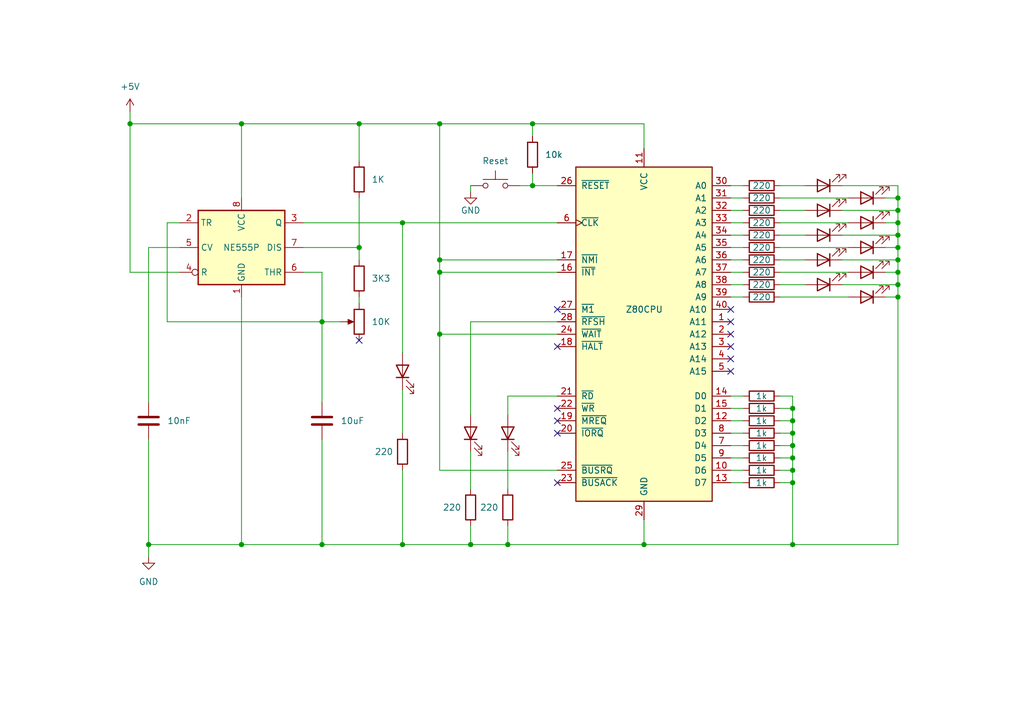
<source format=kicad_sch>
(kicad_sch (version 20230121) (generator eeschema)
  (paper "A5")
  (lib_symbols
    (symbol "CPU:Z80CPU" (pin_names (offset 1.016))
      (property "Reference" "U" (at -13.97 35.56 0))
      (property "Value" "Z80CPU" (at 6.35 35.56 0))
      (symbol "Z80CPU_0_1"
        (rectangle (start -13.97 34.29) (end 13.97 -34.29) (stroke (width 0.254)) (fill (type background)))
      )
      (symbol "Z80CPU_1_1"
        (pin output line (at 17.78 2.54 180) (length 3.81) (name "A11") (number "1"))
        (pin bidirectional line (at 17.78 -27.94 180) (length 3.81) (name "D6") (number "10"))
        (pin power_in line (at 0 38.1 270) (length 3.81) (name "VCC") (number "11"))
        (pin bidirectional line (at 17.78 -17.78 180) (length 3.81) (name "D2") (number "12"))
        (pin bidirectional line (at 17.78 -30.48 180) (length 3.81) (name "D7") (number "13"))
        (pin bidirectional line (at 17.78 -12.7 180) (length 3.81) (name "D0") (number "14"))
        (pin bidirectional line (at 17.78 -15.24 180) (length 3.81) (name "D1") (number "15"))
        (pin input line (at -17.78 12.7 0) (length 3.81) (name "~{INT}") (number "16"))
        (pin input line (at -17.78 15.24 0) (length 3.81) (name "~{NMI}") (number "17"))
        (pin output line (at -17.78 -2.54 0) (length 3.81) (name "~{HALT}") (number "18"))
        (pin output line (at -17.78 -17.78 0) (length 3.81) (name "~{MREQ}") (number "19"))
        (pin output line (at 17.78 0 180) (length 3.81) (name "A12") (number "2"))
        (pin output line (at -17.78 -20.32 0) (length 3.81) (name "~{IORQ}") (number "20"))
        (pin output line (at -17.78 -12.7 0) (length 3.81) (name "~{RD}") (number "21"))
        (pin output line (at -17.78 -15.24 0) (length 3.81) (name "~{WR}") (number "22"))
        (pin output line (at -17.78 -30.48 0) (length 3.81) (name "~{BUSACK}") (number "23"))
        (pin input line (at -17.78 0 0) (length 3.81) (name "~{WAIT}") (number "24"))
        (pin input line (at -17.78 -27.94 0) (length 3.81) (name "~{BUSRQ}") (number "25"))
        (pin input line (at -17.78 30.48 0) (length 3.81) (name "~{RESET}") (number "26"))
        (pin output line (at -17.78 5.08 0) (length 3.81) (name "~{M1}") (number "27"))
        (pin output line (at -17.78 2.54 0) (length 3.81) (name "~{RFSH}") (number "28"))
        (pin power_in line (at 0 -38.1 90) (length 3.81) (name "GND") (number "29"))
        (pin output line (at 17.78 -2.54 180) (length 3.81) (name "A13") (number "3"))
        (pin output line (at 17.78 30.48 180) (length 3.81) (name "A0") (number "30"))
        (pin output line (at 17.78 27.94 180) (length 3.81) (name "A1") (number "31"))
        (pin output line (at 17.78 25.4 180) (length 3.81) (name "A2") (number "32"))
        (pin output line (at 17.78 22.86 180) (length 3.81) (name "A3") (number "33"))
        (pin output line (at 17.78 20.32 180) (length 3.81) (name "A4") (number "34"))
        (pin output line (at 17.78 17.78 180) (length 3.81) (name "A5") (number "35"))
        (pin output line (at 17.78 15.24 180) (length 3.81) (name "A6") (number "36"))
        (pin output line (at 17.78 12.7 180) (length 3.81) (name "A7") (number "37"))
        (pin output line (at 17.78 10.16 180) (length 3.81) (name "A8") (number "38"))
        (pin output line (at 17.78 7.62 180) (length 3.81) (name "A9") (number "39"))
        (pin output line (at 17.78 -5.08 180) (length 3.81) (name "A14") (number "4"))
        (pin output line (at 17.78 5.08 180) (length 3.81) (name "A10") (number "40"))
        (pin output line (at 17.78 -7.62 180) (length 3.81) (name "A15") (number "5"))
        (pin input clock (at -17.78 22.86 0) (length 3.81) (name "~{CLK}") (number "6"))
        (pin bidirectional line (at 17.78 -22.86 180) (length 3.81) (name "D4") (number "7"))
        (pin bidirectional line (at 17.78 -20.32 180) (length 3.81) (name "D3") (number "8"))
        (pin bidirectional line (at 17.78 -25.4 180) (length 3.81) (name "D5") (number "9"))
      )
    )
    (symbol "Device:C" (pin_numbers hide) (pin_names (offset 0.254))
      (property "Reference" "C" (at 0.635 2.54 0))
      (property "Value" "C" (at 0.635 -2.54 0))
      (symbol "C_0_1"
        (polyline (pts (xy -2.032 -0.762) (xy 2.032 -0.762)) (stroke (width 0.508)))
        (polyline (pts (xy -2.032 0.762) (xy 2.032 0.762)) (stroke (width 0.508)))
      )
      (symbol "C_1_1"
        (pin passive line (at 0 3.81 270) (length 2.794) (name "~") (number "1"))
        (pin passive line (at 0 -3.81 90) (length 2.794) (name "~") (number "2"))
      )
    )
    (symbol "Device:LED" (pin_numbers hide) (pin_names (offset 1.016) hide)
      (property "Reference" "D" (at 0 2.54 0))
      (property "Value" "LED" (at 0 -2.54 0))
      (symbol "LED_0_1"
        (polyline (pts (xy -1.27 -1.27) (xy -1.27 1.27)) (stroke (width 0.254)))
        (polyline (pts (xy -1.27 0) (xy 1.27 0)))
        (polyline (pts (xy 1.27 -1.27) (xy 1.27 1.27) (xy -1.27 0) (xy 1.27 -1.27)) (stroke (width 0.254)))
        (polyline (pts (xy -3.048 -0.762) (xy -4.572 -2.286) (xy -3.81 -2.286) (xy -4.572 -2.286) (xy -4.572 -1.524)))
        (polyline (pts (xy -1.778 -0.762) (xy -3.302 -2.286) (xy -2.54 -2.286) (xy -3.302 -2.286) (xy -3.302 -1.524)))
      )
      (symbol "LED_1_1"
        (pin passive line (at -3.81 0 0) (length 2.54) (name "K") (number "1"))
        (pin passive line (at 3.81 0 180) (length 2.54) (name "A") (number "2"))
      )
    )
    (symbol "Device:R" (pin_numbers hide) (pin_names (offset 0))
      (property "Reference" "R" (at 2.032 0 90))
      (property "Value" "R" (at 0 0 90))
      (symbol "R_0_1"
        (rectangle (start -1.016 -2.54) (end 1.016 2.54) (stroke (width 0.254)))
      )
      (symbol "R_1_1"
        (pin passive line (at 0 3.81 270) (length 1.27) (name "~") (number "1"))
        (pin passive line (at 0 -3.81 90) (length 1.27) (name "~") (number "2"))
      )
    )
    (symbol "Device:R_Potentiometer" (pin_numbers hide) (pin_names (offset 1.016) hide)
      (property "Reference" "RV" (at -4.445 0 90))
      (property "Value" "R_Potentiometer" (at -2.54 0 90))
      (symbol "R_Potentiometer_0_1"
        (polyline (pts (xy 2.54 0) (xy 1.524 0)))
        (polyline (pts (xy 1.143 0) (xy 2.286 0.508) (xy 2.286 -0.508) (xy 1.143 0)) (fill (type outline)))
        (rectangle (start 1.016 2.54) (end -1.016 -2.54) (stroke (width 0.254)))
      )
      (symbol "R_Potentiometer_1_1"
        (pin passive line (at 0 3.81 270) (length 1.27) (name "1") (number "1"))
        (pin passive line (at 3.81 0 180) (length 1.27) (name "2") (number "2"))
        (pin passive line (at 0 -3.81 90) (length 1.27) (name "3") (number "3"))
      )
    )
    (symbol "GND_1" (power) (pin_numbers hide) (pin_names (offset 0) hide)
      (property "Value" "GND_1" (at 0 -3.81 0))
      (symbol "GND_1_0_1"
        (polyline (pts (xy 0 0) (xy 0 -1.27) (xy 1.27 -1.27) (xy 0 -2.54) (xy -1.27 -1.27) (xy 0 -1.27)))
      )
      (symbol "GND_1_1_1"
        (pin power_in line (at 0 0 270) (length 0) hide (name "GND") (number "1"))
      )
    )
    (symbol "Switch:SW_Push" (pin_numbers hide) (pin_names (offset 1.016) hide)
      (property "Reference" "SW" (at 1.27 2.54 0))
      (property "Value" "SW_Push" (at 0 -1.524 0))
      (symbol "SW_Push_0_1"
        (circle (center -2.032 0) (radius 0.508))
        (polyline (pts (xy 0 1.27) (xy 0 3.048)))
        (polyline (pts (xy 2.54 1.27) (xy -2.54 1.27)))
        (circle (center 2.032 0) (radius 0.508))
        (pin passive line (at -5.08 0 0) (length 2.54) (name "1") (number "1"))
        (pin passive line (at 5.08 0 180) (length 2.54) (name "2") (number "2"))
      )
    )
    (symbol "Timer:NE555P"
      (property "Reference" "U" (at -10.16 8.89 0))
      (property "Value" "NE555P" (at 2.54 8.89 0))
      (symbol "NE555P_0_0"
        (pin power_in line (at 0 -10.16 90) (length 2.54) (name "GND") (number "1"))
        (pin power_in line (at 0 10.16 270) (length 2.54) (name "VCC") (number "8"))
      )
      (symbol "NE555P_0_1"
        (rectangle (start -8.89 -7.62) (end 8.89 7.62) (stroke (width 0.254)) (fill (type background)))
        (rectangle (start -8.89 -7.62) (end 8.89 7.62) (stroke (width 0.254)) (fill (type background)))
      )
      (symbol "NE555P_1_1"
        (pin input line (at -12.7 5.08 0) (length 3.81) (name "TR") (number "2"))
        (pin output line (at 12.7 5.08 180) (length 3.81) (name "Q") (number "3"))
        (pin input inverted (at -12.7 -5.08 0) (length 3.81) (name "R") (number "4"))
        (pin input line (at -12.7 0 0) (length 3.81) (name "CV") (number "5"))
        (pin input line (at 12.7 -5.08 180) (length 3.81) (name "THR") (number "6"))
        (pin input line (at 12.7 0 180) (length 3.81) (name "DIS") (number "7"))
      )
    )
    (symbol "power:+5V" (power) (pin_numbers hide) (pin_names (offset 0) hide)
      (property "Value" "+5V" (at 0 3.556 0))
      (symbol "+5V_0_1"
        (polyline (pts (xy -0.762 1.27) (xy 0 2.54)))
        (polyline (pts (xy 0 0) (xy 0 2.54)))
        (polyline (pts (xy 0 2.54) (xy 0.762 1.27)))
      )
      (symbol "+5V_1_1"
        (pin power_in line (at 0 0 90) (length 0) hide (name "+5V") (number "1"))
      )
    )
    (symbol "power:GND" (power) (pin_numbers hide) (pin_names (offset 0) hide)
      (property "Value" "GND" (at 0 -3.81 0))
      (symbol "GND_0_1"
        (polyline (pts (xy 0 0) (xy 0 -1.27) (xy 1.27 -1.27) (xy 0 -2.54) (xy -1.27 -1.27) (xy 0 -1.27)))
      )
      (symbol "GND_1_1"
        (pin power_in line (at 0 0 270) (length 0) hide (name "GND") (number "1"))
      )
    )
  )
  (junction (at 162.56 99.06))
  (junction (at 49.53 111.76))
  (junction (at 26.67 25.4))
  (junction (at 162.56 91.44))
  (junction (at 162.56 96.52))
  (junction (at 90.17 68.58))
  (junction (at 30.48 111.76))
  (junction (at 132.08 111.76))
  (junction (at 90.17 55.88))
  (junction (at 109.22 25.4))
  (junction (at 90.17 25.4))
  (junction (at 49.53 25.4))
  (junction (at 82.55 111.76))
  (junction (at 184.15 55.88))
  (junction (at 82.55 45.72))
  (junction (at 162.56 88.9))
  (junction (at 73.66 50.8))
  (junction (at 104.14 111.76))
  (junction (at 184.15 53.34))
  (junction (at 66.04 66.04))
  (junction (at 184.15 48.26))
  (junction (at 73.66 25.4))
  (junction (at 90.17 53.34))
  (junction (at 162.56 83.82))
  (junction (at 184.15 45.72))
  (junction (at 184.15 60.96))
  (junction (at 184.15 40.64))
  (junction (at 162.56 86.36))
  (junction (at 184.15 43.18))
  (junction (at 162.56 111.76))
  (junction (at 66.04 111.76))
  (junction (at 184.15 50.8))
  (junction (at 96.52 111.76))
  (junction (at 162.56 93.98))
  (junction (at 184.15 58.42))
  (junction (at 109.22 38.1))
  (no_connect (at 149.86 66.04))
  (no_connect (at 149.86 63.5))
  (no_connect (at 114.3 88.9))
  (no_connect (at 114.3 71.12))
  (no_connect (at 149.86 71.12))
  (no_connect (at 149.86 76.2))
  (no_connect (at 149.86 73.66))
  (no_connect (at 114.3 63.5))
  (no_connect (at 114.3 83.82))
  (no_connect (at 73.66 69.85))
  (no_connect (at 114.3 99.06))
  (no_connect (at 114.3 86.36))
  (no_connect (at 149.86 68.58))
  (wire (pts (xy 90.17 68.58) (xy 114.3 68.58)))
  (wire (pts (xy 149.86 40.64) (xy 152.4 40.64)))
  (wire (pts (xy 30.48 50.8) (xy 36.83 50.8)))
  (wire (pts (xy 184.15 43.18) (xy 184.15 45.72)))
  (wire (pts (xy 149.86 81.28) (xy 152.4 81.28)))
  (wire (pts (xy 104.14 92.71) (xy 104.14 100.33)))
  (wire (pts (xy 149.86 43.18) (xy 152.4 43.18)))
  (wire (pts (xy 160.02 93.98) (xy 162.56 93.98)))
  (wire (pts (xy 149.86 45.72) (xy 152.4 45.72)))
  (wire (pts (xy 109.22 35.56) (xy 109.22 38.1)))
  (wire (pts (xy 96.52 66.04) (xy 96.52 85.09)))
  (wire (pts (xy 82.55 45.72) (xy 114.3 45.72)))
  (wire (pts (xy 132.08 111.76) (xy 132.08 106.68)))
  (wire (pts (xy 160.02 60.96) (xy 173.99 60.96)))
  (wire (pts (xy 49.53 25.4) (xy 73.66 25.4)))
  (wire (pts (xy 162.56 88.9) (xy 162.56 91.44)))
  (wire (pts (xy 34.29 66.04) (xy 66.04 66.04)))
  (wire (pts (xy 30.48 111.76) (xy 49.53 111.76)))
  (wire (pts (xy 184.15 48.26) (xy 184.15 50.8)))
  (wire (pts (xy 160.02 43.18) (xy 165.1 43.18)))
  (wire (pts (xy 114.3 53.34) (xy 90.17 53.34)))
  (wire (pts (xy 73.66 25.4) (xy 73.66 33.02)))
  (wire (pts (xy 106.68 38.1) (xy 109.22 38.1)))
  (wire (pts (xy 184.15 50.8) (xy 184.15 53.34)))
  (wire (pts (xy 62.23 50.8) (xy 73.66 50.8)))
  (wire (pts (xy 172.72 43.18) (xy 184.15 43.18)))
  (wire (pts (xy 149.86 99.06) (xy 152.4 99.06)))
  (wire (pts (xy 49.53 25.4) (xy 49.53 40.64)))
  (wire (pts (xy 149.86 48.26) (xy 152.4 48.26)))
  (wire (pts (xy 184.15 45.72) (xy 184.15 48.26)))
  (wire (pts (xy 149.86 50.8) (xy 152.4 50.8)))
  (wire (pts (xy 66.04 90.17) (xy 66.04 111.76)))
  (wire (pts (xy 162.56 83.82) (xy 162.56 86.36)))
  (wire (pts (xy 149.86 93.98) (xy 152.4 93.98)))
  (wire (pts (xy 160.02 88.9) (xy 162.56 88.9)))
  (wire (pts (xy 132.08 25.4) (xy 132.08 30.48)))
  (wire (pts (xy 160.02 58.42) (xy 165.1 58.42)))
  (wire (pts (xy 181.61 45.72) (xy 184.15 45.72)))
  (wire (pts (xy 149.86 83.82) (xy 152.4 83.82)))
  (wire (pts (xy 96.52 92.71) (xy 96.52 100.33)))
  (wire (pts (xy 73.66 50.8) (xy 73.66 53.34)))
  (wire (pts (xy 90.17 25.4) (xy 90.17 53.34)))
  (wire (pts (xy 62.23 55.88) (xy 66.04 55.88)))
  (wire (pts (xy 149.86 60.96) (xy 152.4 60.96)))
  (wire (pts (xy 73.66 25.4) (xy 90.17 25.4)))
  (wire (pts (xy 172.72 53.34) (xy 184.15 53.34)))
  (wire (pts (xy 90.17 25.4) (xy 109.22 25.4)))
  (wire (pts (xy 26.67 22.86) (xy 26.67 25.4)))
  (wire (pts (xy 181.61 40.64) (xy 184.15 40.64)))
  (wire (pts (xy 82.55 111.76) (xy 96.52 111.76)))
  (wire (pts (xy 172.72 48.26) (xy 184.15 48.26)))
  (wire (pts (xy 114.3 81.28) (xy 104.14 81.28)))
  (wire (pts (xy 173.99 55.88) (xy 160.02 55.88)))
  (wire (pts (xy 162.56 91.44) (xy 162.56 93.98)))
  (wire (pts (xy 82.55 96.52) (xy 82.55 111.76)))
  (wire (pts (xy 160.02 91.44) (xy 162.56 91.44)))
  (wire (pts (xy 160.02 86.36) (xy 162.56 86.36)))
  (wire (pts (xy 160.02 96.52) (xy 162.56 96.52)))
  (wire (pts (xy 90.17 55.88) (xy 114.3 55.88)))
  (wire (pts (xy 149.86 58.42) (xy 152.4 58.42)))
  (wire (pts (xy 162.56 86.36) (xy 162.56 88.9)))
  (wire (pts (xy 184.15 60.96) (xy 184.15 111.76)))
  (wire (pts (xy 82.55 80.01) (xy 82.55 88.9)))
  (wire (pts (xy 36.83 45.72) (xy 34.29 45.72)))
  (wire (pts (xy 149.86 38.1) (xy 152.4 38.1)))
  (wire (pts (xy 184.15 40.64) (xy 184.15 43.18)))
  (wire (pts (xy 66.04 111.76) (xy 82.55 111.76)))
  (wire (pts (xy 172.72 58.42) (xy 184.15 58.42)))
  (wire (pts (xy 36.83 55.88) (xy 26.67 55.88)))
  (wire (pts (xy 149.86 55.88) (xy 152.4 55.88)))
  (wire (pts (xy 149.86 96.52) (xy 152.4 96.52)))
  (wire (pts (xy 82.55 45.72) (xy 82.55 72.39)))
  (wire (pts (xy 162.56 96.52) (xy 162.56 99.06)))
  (wire (pts (xy 104.14 81.28) (xy 104.14 85.09)))
  (wire (pts (xy 30.48 82.55) (xy 30.48 50.8)))
  (wire (pts (xy 160.02 53.34) (xy 165.1 53.34)))
  (wire (pts (xy 181.61 60.96) (xy 184.15 60.96)))
  (wire (pts (xy 162.56 81.28) (xy 162.56 83.82)))
  (wire (pts (xy 73.66 60.96) (xy 73.66 62.23)))
  (wire (pts (xy 49.53 60.96) (xy 49.53 111.76)))
  (wire (pts (xy 114.3 66.04) (xy 96.52 66.04)))
  (wire (pts (xy 162.56 99.06) (xy 162.56 111.76)))
  (wire (pts (xy 184.15 53.34) (xy 184.15 55.88)))
  (wire (pts (xy 66.04 66.04) (xy 69.85 66.04)))
  (wire (pts (xy 66.04 66.04) (xy 66.04 82.55)))
  (wire (pts (xy 104.14 107.95) (xy 104.14 111.76)))
  (wire (pts (xy 149.86 53.34) (xy 152.4 53.34)))
  (wire (pts (xy 149.86 88.9) (xy 152.4 88.9)))
  (wire (pts (xy 160.02 48.26) (xy 165.1 48.26)))
  (wire (pts (xy 181.61 55.88) (xy 184.15 55.88)))
  (wire (pts (xy 184.15 55.88) (xy 184.15 58.42)))
  (wire (pts (xy 90.17 68.58) (xy 90.17 96.52)))
  (wire (pts (xy 132.08 111.76) (xy 162.56 111.76)))
  (wire (pts (xy 90.17 53.34) (xy 90.17 55.88)))
  (wire (pts (xy 104.14 111.76) (xy 132.08 111.76)))
  (wire (pts (xy 66.04 55.88) (xy 66.04 66.04)))
  (wire (pts (xy 173.99 50.8) (xy 160.02 50.8)))
  (wire (pts (xy 184.15 38.1) (xy 184.15 40.64)))
  (wire (pts (xy 160.02 83.82) (xy 162.56 83.82)))
  (wire (pts (xy 160.02 38.1) (xy 165.1 38.1)))
  (wire (pts (xy 26.67 25.4) (xy 49.53 25.4)))
  (wire (pts (xy 62.23 45.72) (xy 82.55 45.72)))
  (wire (pts (xy 160.02 40.64) (xy 173.99 40.64)))
  (wire (pts (xy 34.29 45.72) (xy 34.29 66.04)))
  (wire (pts (xy 160.02 81.28) (xy 162.56 81.28)))
  (wire (pts (xy 96.52 111.76) (xy 104.14 111.76)))
  (wire (pts (xy 30.48 90.17) (xy 30.48 111.76)))
  (wire (pts (xy 109.22 25.4) (xy 109.22 27.94)))
  (wire (pts (xy 109.22 25.4) (xy 132.08 25.4)))
  (wire (pts (xy 160.02 99.06) (xy 162.56 99.06)))
  (wire (pts (xy 149.86 91.44) (xy 152.4 91.44)))
  (wire (pts (xy 149.86 86.36) (xy 152.4 86.36)))
  (wire (pts (xy 109.22 38.1) (xy 114.3 38.1)))
  (wire (pts (xy 184.15 58.42) (xy 184.15 60.96)))
  (wire (pts (xy 172.72 38.1) (xy 184.15 38.1)))
  (wire (pts (xy 173.99 45.72) (xy 160.02 45.72)))
  (wire (pts (xy 96.52 107.95) (xy 96.52 111.76)))
  (wire (pts (xy 26.67 25.4) (xy 26.67 55.88)))
  (wire (pts (xy 184.15 111.76) (xy 162.56 111.76)))
  (wire (pts (xy 49.53 111.76) (xy 66.04 111.76)))
  (wire (pts (xy 181.61 50.8) (xy 184.15 50.8)))
  (wire (pts (xy 30.48 114.3) (xy 30.48 111.76)))
  (wire (pts (xy 96.52 39.37) (xy 96.52 38.1)))
  (wire (pts (xy 162.56 93.98) (xy 162.56 96.52)))
  (wire (pts (xy 90.17 96.52) (xy 114.3 96.52)))
  (wire (pts (xy 73.66 40.64) (xy 73.66 50.8)))
  (wire (pts (xy 90.17 55.88) (xy 90.17 68.58)))
  (symbol (lib_id "Device:R") (at 156.21 43.18 90) (unit 1)
    (property "Reference" "R11" (effects hide))
    (property "Value" "220" (at 156.21 43.18 90))
  )
  (symbol (lib_id "Device:R") (at 156.21 93.98 90) (unit 1)
    (property "Reference" "R6" (effects hide))
    (property "Value" "1k" (at 154.94 93.98 90) (effects (justify right)))
  )
  (symbol (lib_id "Device:LED") (at 177.8 55.88 180) (unit 1)
    (property "Reference" "D9" (effects hide))
    (property "Value" "LED" (effects hide))
  )
  (symbol (lib_id "Device:R") (at 73.66 57.15 0) (unit 1)
    (property "Reference" "R21" (effects hide))
    (property "Value" "3K3" (at 76.2 57.15 0) (effects (justify left)))
  )
  (symbol (lib_id "Device:R") (at 156.21 88.9 90) (unit 1)
    (property "Reference" "R4" (effects hide))
    (property "Value" "1k" (at 154.94 88.9 90) (effects (justify right)))
  )
  (symbol (lib_id "Device:R") (at 156.21 53.34 90) (unit 1)
    (property "Reference" "R15" (effects hide))
    (property "Value" "220" (at 156.21 53.34 90))
  )
  (symbol (lib_id "Device:R") (at 156.21 45.72 90) (unit 1)
    (property "Reference" "R12" (effects hide))
    (property "Value" "220" (at 156.21 45.72 90))
  )
  (symbol (lib_id "Device:C") (at 66.04 86.36 0) (unit 1)
    (property "Reference" "C1" (effects hide))
    (property "Value" "10uF" (at 69.85 86.36 0) (effects (justify left)))
  )
  (symbol (lib_id "power:+5V") (at 26.67 22.86 0) (unit 1)
    (property "Reference" "#PWR02" (effects hide))
    (property "Value" "+5V" (at 26.67 17.78 0))
  )
  (symbol (lib_id "Device:LED") (at 168.91 38.1 180) (unit 1)
    (property "Reference" "D1" (effects hide))
    (property "Value" "LED" (effects hide))
  )
  (symbol (lib_id "Device:R") (at 156.21 50.8 90) (unit 1)
    (property "Reference" "R14" (effects hide))
    (property "Value" "220" (at 156.21 50.8 90))
  )
  (symbol (lib_id "Device:R") (at 156.21 86.36 90) (unit 1)
    (property "Reference" "R3" (effects hide))
    (property "Value" "1k" (at 154.94 86.36 90) (effects (justify right)))
  )
  (symbol (lib_id "Device:R") (at 156.21 48.26 90) (unit 1)
    (property "Reference" "R13" (effects hide))
    (property "Value" "220" (at 156.21 48.26 90))
  )
  (symbol (lib_id "Device:R") (at 156.21 99.06 90) (unit 1)
    (property "Reference" "R8" (effects hide))
    (property "Value" "1k" (at 154.94 99.06 90) (effects (justify right)))
  )
  (symbol (lib_id "Device:LED") (at 177.8 50.8 180) (unit 1)
    (property "Reference" "D8" (effects hide))
    (property "Value" "LED" (effects hide))
  )
  (symbol (lib_id "Device:LED") (at 177.8 60.96 180) (unit 1)
    (property "Reference" "D10" (effects hide))
    (property "Value" "LED" (effects hide))
  )
  (symbol (lib_name "GND_1") (lib_id "power:GND") (at 30.48 114.3 0) (unit 1)
    (property "Reference" "#PWR03" (effects hide))
    (property "Value" "GND" (at 30.48 119.38 0))
  )
  (symbol (lib_id "Device:R") (at 156.21 60.96 90) (unit 1)
    (property "Reference" "R18" (effects hide))
    (property "Value" "220" (at 156.21 60.96 90))
  )
  (symbol (lib_id "Device:R_Potentiometer") (at 73.66 66.04 0) (mirror y) (unit 1)
    (property "Reference" "RV1" (effects hide))
    (property "Value" "10K" (at 76.2 66.04 0) (effects (justify right)))
  )
  (symbol (lib_id "Device:C") (at 30.48 86.36 0) (unit 1)
    (property "Reference" "C2" (effects hide))
    (property "Value" "10nF" (at 34.29 86.36 0) (effects (justify left)))
  )
  (symbol (lib_id "power:GND") (at 96.52 39.37 0) (unit 1)
    (property "Reference" "#PWR01" (effects hide))
    (property "Value" "GND" (at 96.52 43.18 0))
  )
  (symbol (lib_id "Device:R") (at 156.21 38.1 90) (unit 1)
    (property "Reference" "R9" (effects hide))
    (property "Value" "220" (at 156.21 38.1 90))
  )
  (symbol (lib_id "Device:LED") (at 168.91 53.34 180) (unit 1)
    (property "Reference" "D6" (effects hide))
    (property "Value" "LED" (effects hide))
  )
  (symbol (lib_id "Device:LED") (at 168.91 48.26 180) (unit 1)
    (property "Reference" "D5" (effects hide))
    (property "Value" "LED" (effects hide))
  )
  (symbol (lib_id "Device:LED") (at 96.52 88.9 90) (unit 1)
    (property "Reference" "D13" (effects hide))
    (property "Value" "LED" (effects hide))
  )
  (symbol (lib_id "Device:R") (at 82.55 92.71 0) (unit 1)
    (property "Reference" "R22" (effects hide))
    (property "Value" "220" (at 78.74 92.71 0))
  )
  (symbol (lib_id "Device:R") (at 156.21 40.64 90) (unit 1)
    (property "Reference" "R10" (effects hide))
    (property "Value" "220" (at 156.21 40.64 90))
  )
  (symbol (lib_id "Device:R") (at 156.21 58.42 90) (unit 1)
    (property "Reference" "R17" (effects hide))
    (property "Value" "220" (at 156.21 58.42 90))
  )
  (symbol (lib_id "Device:LED") (at 177.8 40.64 180) (unit 1)
    (property "Reference" "D2" (effects hide))
    (property "Value" "LED" (effects hide))
  )
  (symbol (lib_id "Device:LED") (at 104.14 88.9 90) (unit 1)
    (property "Reference" "D12" (effects hide))
    (property "Value" "LED" (effects hide))
  )
  (symbol (lib_id "Device:R") (at 73.66 36.83 0) (unit 1)
    (property "Reference" "R20" (effects hide))
    (property "Value" "1K" (at 76.2 36.83 0) (effects (justify left)))
  )
  (symbol (lib_id "Device:LED") (at 177.8 45.72 180) (unit 1)
    (property "Reference" "D4" (effects hide))
    (property "Value" "LED" (effects hide))
  )
  (symbol (lib_id "Device:R") (at 156.21 81.28 90) (unit 1)
    (property "Reference" "R1" (effects hide))
    (property "Value" "1k" (at 154.94 81.28 90) (effects (justify right)))
  )
  (symbol (lib_id "Device:R") (at 104.14 104.14 0) (unit 1)
    (property "Reference" "R24" (effects hide))
    (property "Value" "220" (at 100.33 104.14 0))
  )
  (symbol (lib_id "Device:R") (at 96.52 104.14 0) (unit 1)
    (property "Reference" "R23" (effects hide))
    (property "Value" "220" (at 92.71 104.14 0))
  )
  (symbol (lib_id "Timer:NE555P") (at 49.53 50.8 0) (unit 1)
    (property "Reference" "U2" (effects hide))
    (property "Value" "NE555P" (at 45.72 50.8 0) (effects (justify left)))
    (property "Footprint" "Package_DIP:DIP-8_W7.62mm" (effects hide))
    (property "Datasheet" "http://www.ti.com/lit/ds/symlink/ne555.pdf" (effects hide))
  )
  (symbol (lib_id "Device:LED") (at 168.91 58.42 180) (unit 1)
    (property "Reference" "D7" (effects hide))
    (property "Value" "LED" (effects hide))
  )
  (symbol (lib_id "Device:R") (at 156.21 91.44 90) (unit 1)
    (property "Reference" "R5" (effects hide))
    (property "Value" "1k" (at 154.94 91.44 90) (effects (justify right)))
  )
  (symbol (lib_id "Device:R") (at 156.21 55.88 90) (unit 1)
    (property "Reference" "R16" (effects hide))
    (property "Value" "220" (at 156.21 55.88 90))
  )
  (symbol (lib_id "Device:LED") (at 168.91 43.18 180) (unit 1)
    (property "Reference" "D3" (effects hide))
    (property "Value" "LED" (effects hide))
  )
  (symbol (lib_id "Device:R") (at 156.21 83.82 90) (unit 1)
    (property "Reference" "R2" (effects hide))
    (property "Value" "1k" (at 154.94 83.82 90) (effects (justify right)))
  )
  (symbol (lib_id "Switch:SW_Push") (at 101.6 38.1 0) (unit 1)
    (property "Reference" "SW1" (effects hide))
    (property "Value" "Reset" (at 101.6 33.02 0))
  )
  (symbol (lib_id "Device:LED") (at 82.55 76.2 90) (unit 1)
    (property "Reference" "D11" (effects hide))
    (property "Value" "LED" (effects hide))
  )
  (symbol (lib_id "Device:R") (at 109.22 31.75 0) (unit 1)
    (property "Reference" "R19" (effects hide))
    (property "Value" "10k" (at 111.76 31.75 0) (effects (justify left)))
  )
  (symbol (lib_id "Device:R") (at 156.21 96.52 90) (unit 1)
    (property "Reference" "R7" (effects hide))
    (property "Value" "1k" (at 154.94 96.52 90) (effects (justify right)))
  )
  (symbol (lib_id "CPU:Z80CPU") (at 132.08 68.58 0) (unit 1)
    (property "Reference" "U1" (effects hide))
    (property "Value" "Z80CPU" (at 128.27 63.5 0) (effects (justify left)))
    (property "Datasheet" "www.zilog.com/manage_directlink.php?filepath=docs/z80/um0080" (effects hide))
  )
)
</source>
